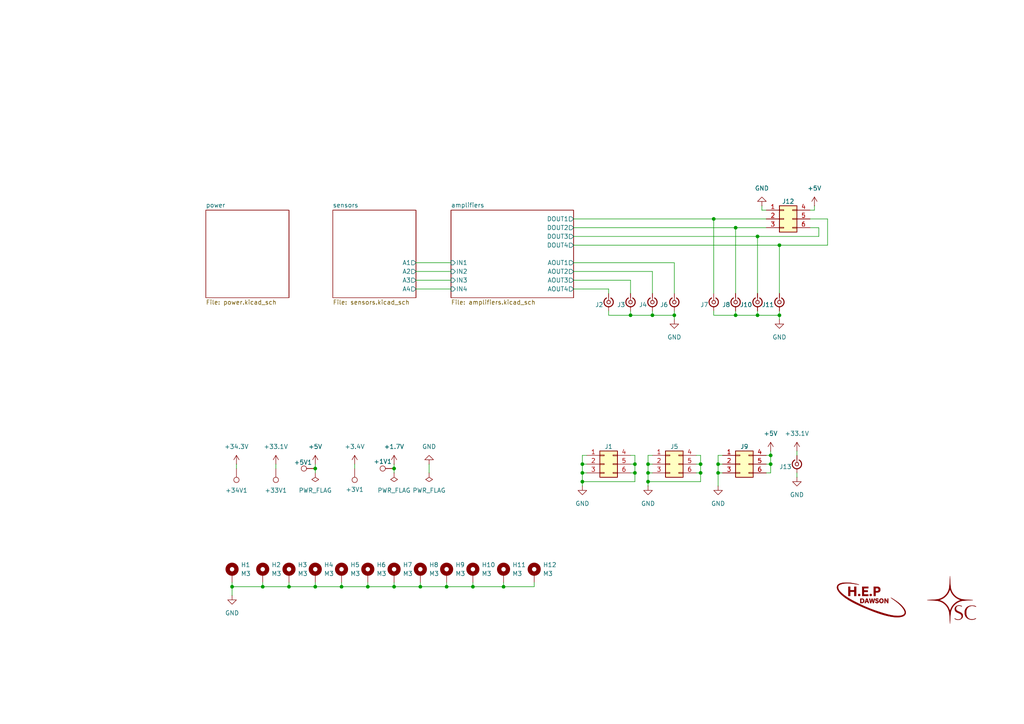
<source format=kicad_sch>
(kicad_sch (version 20231120) (generator "eeschema") (generator_version "8.0")
  (paper "A4")
  (title_block (title "Scintillating Chamber: SIPM Amplifier") (date "2025-03-11") (rev "2") (company "Alex Xia"))
  (lib_symbols
    (symbol "Connector:Conn_Coaxial_Small" (pin_numbers hide) (pin_names (offset 1.016) hide)
      (property "Reference" "J" (at 0.254 3.048 0))
      (property "Value" "Conn_Coaxial_Small" (at 0 -3.81 0))
      (symbol "Conn_Coaxial_Small_1_1"
        (pin passive line (at -2.54 0 0) (length 1.27) (name "In") (number "1"))
        (pin passive line (at 2.54 0 180) (length 1.27) (name "Ext") (number "2"))
      )
    )
    (symbol "Connector:TestPoint" (pin_numbers hide) (pin_names (offset 0.762) hide)
      (property "Reference" "TP" (at 0 6.858 0))
      (property "Value" "TestPoint" (at 0 5.08 0))
      (symbol "TestPoint_1_1"
        (pin passive line (at 0 0 90) (length 2.54) (name "1") (number "1"))
      )
    )
    (symbol "Connector_Generic:Conn_02x03_Top_Bottom" (pin_names (offset 1.016) hide)
      (property "Reference" "J" (at 1.27 5.08 0))
      (property "Value" "Conn_02x03_Top_Bottom" (at 1.27 -5.08 0))
      (symbol "Conn_02x03_Top_Bottom_1_1"
        (pin passive line (at -5.08 2.54 0) (length 3.81) (name "Pin_1") (number "1"))
        (pin passive line (at -5.08 0 0) (length 3.81) (name "Pin_2") (number "2"))
        (pin passive line (at -5.08 -2.54 0) (length 3.81) (name "Pin_3") (number "3"))
        (pin passive line (at 7.62 2.54 180) (length 3.81) (name "Pin_4") (number "4"))
        (pin passive line (at 7.62 0 180) (length 3.81) (name "Pin_5") (number "5"))
        (pin passive line (at 7.62 -2.54 180) (length 3.81) (name "Pin_6") (number "6"))
      )
    )
    (symbol "Mechanical:MountingHole_Pad" (pin_numbers hide) (pin_names (offset 1.016) hide) (exclude_from_sim yes) (in_bom no)
      (property "Reference" "H" (at 0 6.35 0))
      (property "Value" "MountingHole_Pad" (at 0 4.445 0))
      (symbol "MountingHole_Pad_1_1"
        (pin input line (at 0 -2.54 90) (length 2.54) (name "1") (number "1"))
      )
    )
    (symbol "hep:LOGO" (pin_names (offset 1.016)))
    (symbol "power:+5V" (power) (pin_numbers hide) (pin_names (offset 0) hide)
      (property "Value" "+5V" (at 0 3.556 0))
      (symbol "+5V_1_1"
        (pin power_in line (at 0 0 90) (length 0) (name "~") (number "1"))
      )
    )
    (symbol "power:GND" (power) (pin_numbers hide) (pin_names (offset 0) hide)
      (property "Value" "GND" (at 0 -3.81 0))
      (symbol "GND_1_1"
        (pin power_in line (at 0 0 270) (length 0) (name "~") (number "1"))
      )
    )
    (symbol "power:PWR_FLAG" (power) (pin_numbers hide) (pin_names (offset 0) hide)
      (property "Value" "PWR_FLAG" (at 0 3.81 0))
      (symbol "PWR_FLAG_0_0"
        (pin power_out line (at 0 0 90) (length 0) (name "~") (number "1"))
      )
    )
    (symbol "sc:LOGO" (pin_names (offset 1.016)))
  )
  (junction (at 203.2 137.16))
  (junction (at 219.71 68.58))
  (junction (at 208.28 134.62))
  (junction (at 182.88 91.44))
  (junction (at 114.3 135.89))
  (junction (at 83.82 170.18))
  (junction (at 207.01 63.5))
  (junction (at 184.15 137.16))
  (junction (at 67.31 170.18))
  (junction (at 99.06 170.18))
  (junction (at 226.06 71.12))
  (junction (at 121.92 170.18))
  (junction (at 187.96 137.16))
  (junction (at 168.91 137.16))
  (junction (at 213.36 66.04))
  (junction (at 168.91 139.7))
  (junction (at 213.36 91.44))
  (junction (at 76.2 170.18))
  (junction (at 223.52 134.62))
  (junction (at 114.3 170.18))
  (junction (at 91.44 135.89))
  (junction (at 219.71 91.44))
  (junction (at 187.96 139.7))
  (junction (at 91.44 170.18))
  (junction (at 208.28 137.16))
  (junction (at 187.96 134.62))
  (junction (at 137.16 170.18))
  (junction (at 184.15 134.62))
  (junction (at 146.05 170.18))
  (junction (at 106.68 170.18))
  (junction (at 189.23 91.44))
  (junction (at 226.06 91.44))
  (junction (at 195.58 91.44))
  (junction (at 168.91 134.62))
  (junction (at 223.52 132.08))
  (junction (at 203.2 134.62))
  (junction (at 129.54 170.18))
  (wire (pts (xy 182.88 81.28) (xy 182.88 85.09)))
  (wire (pts (xy 129.54 168.91) (xy 129.54 170.18)))
  (wire (pts (xy 195.58 91.44) (xy 189.23 91.44)))
  (wire (pts (xy 114.3 137.16) (xy 114.3 135.89)))
  (wire (pts (xy 184.15 132.08) (xy 184.15 134.62)))
  (wire (pts (xy 208.28 137.16) (xy 208.28 140.97)))
  (wire (pts (xy 195.58 91.44) (xy 195.58 92.71)))
  (wire (pts (xy 114.3 135.89) (xy 114.3 134.62)))
  (wire (pts (xy 223.52 132.08) (xy 222.25 132.08)))
  (wire (pts (xy 168.91 137.16) (xy 168.91 134.62)))
  (wire (pts (xy 184.15 137.16) (xy 184.15 139.7)))
  (wire (pts (xy 208.28 134.62) (xy 208.28 137.16)))
  (wire (pts (xy 203.2 134.62) (xy 203.2 137.16)))
  (wire (pts (xy 146.05 170.18) (xy 154.94 170.18)))
  (wire (pts (xy 124.46 134.62) (xy 124.46 137.16)))
  (wire (pts (xy 189.23 90.17) (xy 189.23 91.44)))
  (wire (pts (xy 219.71 91.44) (xy 226.06 91.44)))
  (wire (pts (xy 201.93 134.62) (xy 203.2 134.62)))
  (wire (pts (xy 184.15 132.08) (xy 182.88 132.08)))
  (wire (pts (xy 182.88 90.17) (xy 182.88 91.44)))
  (wire (pts (xy 187.96 139.7) (xy 187.96 137.16)))
  (wire (pts (xy 166.37 76.2) (xy 195.58 76.2)))
  (wire (pts (xy 121.92 168.91) (xy 121.92 170.18)))
  (wire (pts (xy 67.31 170.18) (xy 67.31 172.72)))
  (wire (pts (xy 187.96 134.62) (xy 189.23 134.62)))
  (wire (pts (xy 83.82 168.91) (xy 83.82 170.18)))
  (wire (pts (xy 76.2 168.91) (xy 76.2 170.18)))
  (wire (pts (xy 187.96 132.08) (xy 189.23 132.08)))
  (wire (pts (xy 195.58 90.17) (xy 195.58 91.44)))
  (wire (pts (xy 208.28 132.08) (xy 208.28 134.62)))
  (wire (pts (xy 120.65 76.2) (xy 130.81 76.2)))
  (wire (pts (xy 166.37 71.12) (xy 226.06 71.12)))
  (wire (pts (xy 80.01 134.62) (xy 80.01 135.89)))
  (wire (pts (xy 120.65 78.74) (xy 130.81 78.74)))
  (wire (pts (xy 236.22 60.96) (xy 234.95 60.96)))
  (wire (pts (xy 189.23 78.74) (xy 189.23 85.09)))
  (wire (pts (xy 129.54 170.18) (xy 121.92 170.18)))
  (wire (pts (xy 91.44 135.89) (xy 91.44 137.16)))
  (wire (pts (xy 219.71 68.58) (xy 219.71 85.09)))
  (wire (pts (xy 91.44 134.62) (xy 91.44 135.89)))
  (wire (pts (xy 207.01 90.17) (xy 207.01 91.44)))
  (wire (pts (xy 168.91 137.16) (xy 170.18 137.16)))
  (wire (pts (xy 137.16 168.91) (xy 137.16 170.18)))
  (wire (pts (xy 187.96 134.62) (xy 187.96 132.08)))
  (wire (pts (xy 209.55 134.62) (xy 208.28 134.62)))
  (wire (pts (xy 234.95 63.5) (xy 240.03 63.5)))
  (wire (pts (xy 182.88 91.44) (xy 176.53 91.44)))
  (wire (pts (xy 222.25 137.16) (xy 223.52 137.16)))
  (wire (pts (xy 236.22 60.96) (xy 236.22 59.69)))
  (wire (pts (xy 213.36 66.04) (xy 222.25 66.04)))
  (wire (pts (xy 203.2 139.7) (xy 187.96 139.7)))
  (wire (pts (xy 220.98 59.69) (xy 220.98 60.96)))
  (wire (pts (xy 166.37 81.28) (xy 182.88 81.28)))
  (wire (pts (xy 226.06 71.12) (xy 240.03 71.12)))
  (wire (pts (xy 120.65 83.82) (xy 130.81 83.82)))
  (wire (pts (xy 76.2 170.18) (xy 83.82 170.18)))
  (wire (pts (xy 231.14 138.43) (xy 231.14 137.16)))
  (wire (pts (xy 184.15 139.7) (xy 168.91 139.7)))
  (wire (pts (xy 213.36 90.17) (xy 213.36 91.44)))
  (wire (pts (xy 203.2 137.16) (xy 203.2 139.7)))
  (wire (pts (xy 187.96 137.16) (xy 189.23 137.16)))
  (wire (pts (xy 220.98 60.96) (xy 222.25 60.96)))
  (wire (pts (xy 166.37 83.82) (xy 176.53 83.82)))
  (wire (pts (xy 226.06 90.17) (xy 226.06 91.44)))
  (wire (pts (xy 76.2 170.18) (xy 67.31 170.18)))
  (wire (pts (xy 137.16 170.18) (xy 146.05 170.18)))
  (wire (pts (xy 166.37 68.58) (xy 219.71 68.58)))
  (wire (pts (xy 223.52 130.81) (xy 223.52 132.08)))
  (wire (pts (xy 168.91 132.08) (xy 170.18 132.08)))
  (wire (pts (xy 154.94 168.91) (xy 154.94 170.18)))
  (wire (pts (xy 187.96 137.16) (xy 187.96 134.62)))
  (wire (pts (xy 207.01 63.5) (xy 222.25 63.5)))
  (wire (pts (xy 166.37 66.04) (xy 213.36 66.04)))
  (wire (pts (xy 102.87 134.62) (xy 102.87 135.89)))
  (wire (pts (xy 222.25 134.62) (xy 223.52 134.62)))
  (wire (pts (xy 182.88 134.62) (xy 184.15 134.62)))
  (wire (pts (xy 207.01 91.44) (xy 213.36 91.44)))
  (wire (pts (xy 240.03 63.5) (xy 240.03 71.12)))
  (wire (pts (xy 195.58 76.2) (xy 195.58 85.09)))
  (wire (pts (xy 203.2 132.08) (xy 203.2 134.62)))
  (wire (pts (xy 213.36 91.44) (xy 219.71 91.44)))
  (wire (pts (xy 176.53 83.82) (xy 176.53 85.09)))
  (wire (pts (xy 166.37 78.74) (xy 189.23 78.74)))
  (wire (pts (xy 114.3 168.91) (xy 114.3 170.18)))
  (wire (pts (xy 219.71 68.58) (xy 237.49 68.58)))
  (wire (pts (xy 99.06 168.91) (xy 99.06 170.18)))
  (wire (pts (xy 106.68 168.91) (xy 106.68 170.18)))
  (wire (pts (xy 237.49 68.58) (xy 237.49 66.04)))
  (wire (pts (xy 68.58 134.62) (xy 68.58 135.89)))
  (wire (pts (xy 168.91 139.7) (xy 168.91 137.16)))
  (wire (pts (xy 166.37 63.5) (xy 207.01 63.5)))
  (wire (pts (xy 208.28 132.08) (xy 209.55 132.08)))
  (wire (pts (xy 67.31 168.91) (xy 67.31 170.18)))
  (wire (pts (xy 189.23 91.44) (xy 182.88 91.44)))
  (wire (pts (xy 83.82 170.18) (xy 91.44 170.18)))
  (wire (pts (xy 201.93 137.16) (xy 203.2 137.16)))
  (wire (pts (xy 114.3 170.18) (xy 106.68 170.18)))
  (wire (pts (xy 223.52 132.08) (xy 223.52 134.62)))
  (wire (pts (xy 223.52 134.62) (xy 223.52 137.16)))
  (wire (pts (xy 146.05 168.91) (xy 146.05 170.18)))
  (wire (pts (xy 231.14 130.81) (xy 231.14 132.08)))
  (wire (pts (xy 91.44 170.18) (xy 99.06 170.18)))
  (wire (pts (xy 209.55 137.16) (xy 208.28 137.16)))
  (wire (pts (xy 106.68 170.18) (xy 99.06 170.18)))
  (wire (pts (xy 203.2 132.08) (xy 201.93 132.08)))
  (wire (pts (xy 213.36 66.04) (xy 213.36 85.09)))
  (wire (pts (xy 207.01 63.5) (xy 207.01 85.09)))
  (wire (pts (xy 168.91 134.62) (xy 170.18 134.62)))
  (wire (pts (xy 91.44 168.91) (xy 91.44 170.18)))
  (wire (pts (xy 168.91 140.97) (xy 168.91 139.7)))
  (wire (pts (xy 176.53 90.17) (xy 176.53 91.44)))
  (wire (pts (xy 226.06 91.44) (xy 226.06 92.71)))
  (wire (pts (xy 168.91 134.62) (xy 168.91 132.08)))
  (wire (pts (xy 184.15 134.62) (xy 184.15 137.16)))
  (wire (pts (xy 114.3 170.18) (xy 121.92 170.18)))
  (wire (pts (xy 219.71 90.17) (xy 219.71 91.44)))
  (wire (pts (xy 182.88 137.16) (xy 184.15 137.16)))
  (wire (pts (xy 187.96 140.97) (xy 187.96 139.7)))
  (wire (pts (xy 120.65 81.28) (xy 130.81 81.28)))
  (wire (pts (xy 237.49 66.04) (xy 234.95 66.04)))
  (wire (pts (xy 137.16 170.18) (xy 129.54 170.18)))
  (wire (pts (xy 226.06 85.09) (xy 226.06 71.12)))
  (symbol (lib_id "Connector:Conn_Coaxial_Small") (at 231.14 134.62 270) (unit 1)
    (property "Reference" "J13" (at 229.616 135.382 90) (effects (justify right)))
    (property "Value" "Conn_Coaxial_Small" (effects (hide yes)))
    (property "Footprint" "connectors:BWIPX-1-001E" (effects (hide yes)))
    (property "Description" "small coaxial connector (BNC, SMA, SMB, SMC, Cinch/RCA, LEMO, ...)" (effects (hide yes)))
    (property "LCSC" "C496552" (effects (hide yes)))
  )
  (symbol (lib_id "sc:LOGO") (at 275.59 173.99 0) (unit 1)
    (property "Reference" "#G2" (effects (hide yes)))
    (property "Value" "LOGO" (effects (hide yes)))
  )
  (symbol (lib_id "Connector:Conn_Coaxial_Small") (at 219.71 87.63 270) (unit 1)
    (property "Reference" "J10" (at 218.186 88.392 90) (effects (justify right)))
    (property "Value" "Conn_Coaxial_Small" (effects (hide yes)))
    (property "Footprint" "connectors:BWIPX-1-001E" (effects (hide yes)))
    (property "Description" "small coaxial connector (BNC, SMA, SMB, SMC, Cinch/RCA, LEMO, ...)" (effects (hide yes)))
    (property "LCSC" "C496552" (effects (hide yes)))
  )
  (symbol (lib_id "Connector_Generic:Conn_02x03_Top_Bottom") (at 227.33 63.5 0) (unit 1)
    (property "Reference" "J12" (at 228.6 58.42 0))
    (property "Value" "Conn_02x03_Top_Bottom" (effects (hide yes)))
    (property "Footprint" "connectors:PinHeader_2x03_P2.54mm_Vertical" (effects (hide yes)))
    (property "Description" "Generic connector, double row, 02x03, top/bottom pin numbering scheme (row 1: 1...pins_per_row, row2: pins_per_row+1 ... num_pins), script generated (kicad-library-utils/schlib/autogen/connector/)" (effects (hide yes)))
  )
  (symbol (lib_id "power:+5V") (at 231.14 130.81 0) (unit 1)
    (property "Reference" "#PWR014" (effects (hide yes)))
    (property "Value" "+33.1V" (at 231.14 125.73 0))
    (property "Description" "Power symbol creates a global label with name \"+5V\"" (effects (hide yes)))
  )
  (symbol (lib_id "power:+5V") (at 223.52 130.81 0) (unit 1)
    (property "Reference" "#PWR012" (effects (hide yes)))
    (property "Value" "+5V" (at 223.52 125.73 0))
    (property "Description" "Power symbol creates a global label with name \"+5V\"" (effects (hide yes)))
  )
  (symbol (lib_id "Connector_Generic:Conn_02x03_Top_Bottom") (at 175.26 134.62 0) (unit 1)
    (property "Reference" "J1" (at 176.53 129.54 0))
    (property "Value" "Conn_02x03_Top_Bottom" (effects (hide yes)))
    (property "Footprint" "connectors:PinHeader_2x03_P2.54mm_Vertical" (effects (hide yes)))
    (property "Description" "Generic connector, double row, 02x03, top/bottom pin numbering scheme (row 1: 1...pins_per_row, row2: pins_per_row+1 ... num_pins), script generated (kicad-library-utils/schlib/autogen/connector/)" (effects (hide yes)))
  )
  (symbol (lib_id "power:+5V") (at 102.87 134.62 0) (unit 1)
    (property "Reference" "#PWR04" (effects (hide yes)))
    (property "Value" "+3.4V" (at 102.87 129.54 0))
    (property "Description" "Power symbol creates a global label with name \"+5V\"" (effects (hide yes)))
  )
  (symbol (lib_id "Connector:TestPoint") (at 114.3 135.89 90) (unit 1)
    (property "Reference" "+1V1" (at 110.998 133.858 90))
    (property "Value" "TestPoint" (effects (hide yes)))
    (property "Footprint" "TestPoint:TestPoint_Pad_D1.0mm" (effects (hide yes)))
    (property "Description" "test point" (effects (hide yes)))
  )
  (symbol (lib_id "power:+5V") (at 68.58 134.62 0) (unit 1)
    (property "Reference" "#PWR01" (effects (hide yes)))
    (property "Value" "+34.3V" (at 68.58 129.54 0))
    (property "Description" "Power symbol creates a global label with name \"+5V\"" (effects (hide yes)))
  )
  (symbol (lib_id "power:GND") (at 226.06 92.71 0) (unit 1)
    (property "Reference" "#PWR013" (effects (hide yes)))
    (property "Value" "GND" (at 226.06 97.79 0))
    (property "Description" "Power symbol creates a global label with name \"GND\" , ground" (effects (hide yes)))
  )
  (symbol (lib_id "Connector:Conn_Coaxial_Small") (at 195.58 87.63 270) (unit 1)
    (property "Reference" "J6" (at 193.802 88.392 90) (effects (justify right)))
    (property "Value" "Conn_Coaxial_Small" (effects (hide yes)))
    (property "Footprint" "connectors:BWIPX-1-001E" (effects (hide yes)))
    (property "Description" "small coaxial connector (BNC, SMA, SMB, SMC, Cinch/RCA, LEMO, ...)" (effects (hide yes)))
    (property "LCSC" "C496552" (effects (hide yes)))
  )
  (symbol (lib_id "hep:LOGO") (at 252.73 173.99 0) (unit 1)
    (property "Reference" "#G1" (effects (hide yes)))
    (property "Value" "LOGO" (effects (hide yes)))
  )
  (symbol (lib_id "Mechanical:MountingHole_Pad") (at 91.44 166.37 0) (unit 1) (exclude_from_sim yes) (in_bom no)
    (property "Reference" "H4" (at 93.98 163.8299 0) (effects (justify left)))
    (property "Value" "M3" (at 93.98 166.3699 0) (effects (justify left)))
    (property "Footprint" "MountingHole:MountingHole_3.2mm_M3_DIN965_Pad" (effects (hide yes)))
    (property "Description" "Mounting Hole with connection" (effects (hide yes)))
  )
  (symbol (lib_id "power:GND") (at 67.31 172.72 0) (unit 1)
    (property "Reference" "#PWR089" (effects (hide yes)))
    (property "Value" "GND" (at 67.31 177.8 0))
    (property "Description" "Power symbol creates a global label with name \"GND\" , ground" (effects (hide yes)))
  )
  (symbol (lib_id "power:GND") (at 208.28 140.97 0) (unit 1)
    (property "Reference" "#PWR010" (effects (hide yes)))
    (property "Value" "GND" (at 208.28 146.05 0))
    (property "Description" "Power symbol creates a global label with name \"GND\" , ground" (effects (hide yes)))
  )
  (symbol (lib_id "Connector:Conn_Coaxial_Small") (at 182.88 87.63 270) (unit 1)
    (property "Reference" "J3" (at 181.356 88.392 90) (effects (justify right)))
    (property "Value" "Conn_Coaxial_Small" (effects (hide yes)))
    (property "Footprint" "connectors:BWIPX-1-001E" (effects (hide yes)))
    (property "Description" "small coaxial connector (BNC, SMA, SMB, SMC, Cinch/RCA, LEMO, ...)" (effects (hide yes)))
    (property "LCSC" "C496552" (effects (hide yes)))
  )
  (symbol (lib_id "Mechanical:MountingHole_Pad") (at 121.92 166.37 0) (unit 1) (exclude_from_sim yes) (in_bom no)
    (property "Reference" "H8" (at 124.46 163.8299 0) (effects (justify left)))
    (property "Value" "M3" (at 124.46 166.3699 0) (effects (justify left)))
    (property "Footprint" "MountingHole:MountingHole_3.2mm_M3_DIN965_Pad" (effects (hide yes)))
    (property "Description" "Mounting Hole with connection" (effects (hide yes)))
  )
  (symbol (lib_id "Connector_Generic:Conn_02x03_Top_Bottom") (at 214.63 134.62 0) (unit 1)
    (property "Reference" "J9" (at 215.9 129.54 0))
    (property "Value" "Conn_02x03_Top_Bottom" (effects (hide yes)))
    (property "Footprint" "connectors:PinHeader_2x03_P2.54mm_Vertical" (effects (hide yes)))
    (property "Description" "Generic connector, double row, 02x03, top/bottom pin numbering scheme (row 1: 1...pins_per_row, row2: pins_per_row+1 ... num_pins), script generated (kicad-library-utils/schlib/autogen/connector/)" (effects (hide yes)))
  )
  (symbol (lib_id "power:+5V") (at 236.22 59.69 0) (unit 1)
    (property "Reference" "#PWR016" (effects (hide yes)))
    (property "Value" "+5V" (at 236.22 54.61 0))
    (property "Description" "Power symbol creates a global label with name \"+5V\"" (effects (hide yes)))
  )
  (symbol (lib_id "Connector:TestPoint") (at 91.44 135.89 90) (unit 1)
    (property "Reference" "+5V1" (at 87.884 134.112 90))
    (property "Value" "TestPoint" (effects (hide yes)))
    (property "Footprint" "TestPoint:TestPoint_Pad_D1.0mm" (effects (hide yes)))
    (property "Description" "test point" (effects (hide yes)))
  )
  (symbol (lib_id "Connector:Conn_Coaxial_Small") (at 207.01 87.63 270) (unit 1)
    (property "Reference" "J7" (at 205.486 88.392 90) (effects (justify right)))
    (property "Value" "Conn_Coaxial_Small" (effects (hide yes)))
    (property "Footprint" "connectors:BWIPX-1-001E" (effects (hide yes)))
    (property "Description" "small coaxial connector (BNC, SMA, SMB, SMC, Cinch/RCA, LEMO, ...)" (effects (hide yes)))
    (property "LCSC" "C496552" (effects (hide yes)))
  )
  (symbol (lib_id "Connector:Conn_Coaxial_Small") (at 176.53 87.63 270) (unit 1)
    (property "Reference" "J2" (at 175.006 88.392 90) (effects (justify right)))
    (property "Value" "Conn_Coaxial_Small" (effects (hide yes)))
    (property "Footprint" "connectors:BWIPX-1-001E" (effects (hide yes)))
    (property "Description" "small coaxial connector (BNC, SMA, SMB, SMC, Cinch/RCA, LEMO, ...)" (effects (hide yes)))
    (property "LCSC" "C496552" (effects (hide yes)))
  )
  (symbol (lib_id "Connector:TestPoint") (at 68.58 135.89 180) (unit 1)
    (property "Reference" "+34V1" (at 68.58 142.24 0))
    (property "Value" "TestPoint" (effects (hide yes)))
    (property "Footprint" "TestPoint:TestPoint_Pad_D1.0mm" (effects (hide yes)))
    (property "Description" "test point" (effects (hide yes)))
  )
  (symbol (lib_id "power:+5V") (at 114.3 134.62 0) (unit 1)
    (property "Reference" "#PWR05" (effects (hide yes)))
    (property "Value" "+1.7V" (at 114.3 129.54 0))
    (property "Description" "Power symbol creates a global label with name \"+5V\"" (effects (hide yes)))
  )
  (symbol (lib_id "Mechanical:MountingHole_Pad") (at 76.2 166.37 0) (unit 1) (exclude_from_sim yes) (in_bom no)
    (property "Reference" "H2" (at 78.74 163.8299 0) (effects (justify left)))
    (property "Value" "M3" (at 78.74 166.3699 0) (effects (justify left)))
    (property "Footprint" "MountingHole:MountingHole_3.2mm_M3_DIN965_Pad" (effects (hide yes)))
    (property "Description" "Mounting Hole with connection" (effects (hide yes)))
  )
  (symbol (lib_id "Mechanical:MountingHole_Pad") (at 129.54 166.37 0) (unit 1) (exclude_from_sim yes) (in_bom no)
    (property "Reference" "H9" (at 132.08 163.8299 0) (effects (justify left)))
    (property "Value" "M3" (at 132.08 166.3699 0) (effects (justify left)))
    (property "Footprint" "MountingHole:MountingHole_3.2mm_M3_DIN965_Pad" (effects (hide yes)))
    (property "Description" "Mounting Hole with connection" (effects (hide yes)))
  )
  (symbol (lib_id "power:GND") (at 168.91 140.97 0) (unit 1)
    (property "Reference" "#PWR07" (effects (hide yes)))
    (property "Value" "GND" (at 168.91 146.05 0))
    (property "Description" "Power symbol creates a global label with name \"GND\" , ground" (effects (hide yes)))
  )
  (symbol (lib_id "Connector:Conn_Coaxial_Small") (at 189.23 87.63 270) (unit 1)
    (property "Reference" "J4" (at 187.706 88.392 90) (effects (justify right)))
    (property "Value" "Conn_Coaxial_Small" (effects (hide yes)))
    (property "Footprint" "connectors:BWIPX-1-001E" (effects (hide yes)))
    (property "Description" "small coaxial connector (BNC, SMA, SMB, SMC, Cinch/RCA, LEMO, ...)" (effects (hide yes)))
    (property "LCSC" "C496552" (effects (hide yes)))
  )
  (symbol (lib_id "Mechanical:MountingHole_Pad") (at 146.05 166.37 0) (unit 1) (exclude_from_sim yes) (in_bom no)
    (property "Reference" "H11" (at 148.59 163.8299 0) (effects (justify left)))
    (property "Value" "M3" (at 148.59 166.3699 0) (effects (justify left)))
    (property "Footprint" "MountingHole:MountingHole_3.2mm_M3_DIN965_Pad" (effects (hide yes)))
    (property "Description" "Mounting Hole with connection" (effects (hide yes)))
  )
  (symbol (lib_id "Connector:TestPoint") (at 80.01 135.89 180) (unit 1)
    (property "Reference" "+33V1" (at 80.01 142.24 0))
    (property "Value" "TestPoint" (effects (hide yes)))
    (property "Footprint" "TestPoint:TestPoint_Pad_D1.0mm" (effects (hide yes)))
    (property "Description" "test point" (effects (hide yes)))
  )
  (symbol (lib_id "Mechanical:MountingHole_Pad") (at 114.3 166.37 0) (unit 1) (exclude_from_sim yes) (in_bom no)
    (property "Reference" "H7" (at 116.84 163.8299 0) (effects (justify left)))
    (property "Value" "M3" (at 116.84 166.3699 0) (effects (justify left)))
    (property "Footprint" "MountingHole:MountingHole_3.2mm_M3_DIN965_Pad" (effects (hide yes)))
    (property "Description" "Mounting Hole with connection" (effects (hide yes)))
  )
  (symbol (lib_id "power:GND") (at 220.98 59.69 180) (unit 1)
    (property "Reference" "#PWR011" (effects (hide yes)))
    (property "Value" "GND" (at 220.98 54.61 0))
    (property "Description" "Power symbol creates a global label with name \"GND\" , ground" (effects (hide yes)))
  )
  (symbol (lib_id "power:PWR_FLAG") (at 124.46 137.16 180) (unit 1)
    (property "Reference" "#FLG03" (effects (hide yes)))
    (property "Value" "PWR_FLAG" (at 124.46 142.24 0))
    (property "Description" "Special symbol for telling ERC where power comes from" (effects (hide yes)))
  )
  (symbol (lib_id "Mechanical:MountingHole_Pad") (at 137.16 166.37 0) (unit 1) (exclude_from_sim yes) (in_bom no)
    (property "Reference" "H10" (at 139.7 163.8299 0) (effects (justify left)))
    (property "Value" "M3" (at 139.7 166.3699 0) (effects (justify left)))
    (property "Footprint" "MountingHole:MountingHole_3.2mm_M3_DIN965_Pad" (effects (hide yes)))
    (property "Description" "Mounting Hole with connection" (effects (hide yes)))
  )
  (symbol (lib_id "power:+5V") (at 91.44 134.62 0) (unit 1)
    (property "Reference" "#PWR03" (effects (hide yes)))
    (property "Value" "+5V" (at 91.44 129.54 0))
    (property "Description" "Power symbol creates a global label with name \"+5V\"" (effects (hide yes)))
  )
  (symbol (lib_id "power:PWR_FLAG") (at 91.44 137.16 180) (unit 1)
    (property "Reference" "#FLG01" (effects (hide yes)))
    (property "Value" "PWR_FLAG" (at 91.44 142.24 0))
    (property "Description" "Special symbol for telling ERC where power comes from" (effects (hide yes)))
  )
  (symbol (lib_id "Mechanical:MountingHole_Pad") (at 106.68 166.37 0) (unit 1) (exclude_from_sim yes) (in_bom no)
    (property "Reference" "H6" (at 109.22 163.8299 0) (effects (justify left)))
    (property "Value" "M3" (at 109.22 166.3699 0) (effects (justify left)))
    (property "Footprint" "MountingHole:MountingHole_3.2mm_M3_DIN965_Pad" (effects (hide yes)))
    (property "Description" "Mounting Hole with connection" (effects (hide yes)))
  )
  (symbol (lib_id "Mechanical:MountingHole_Pad") (at 83.82 166.37 0) (unit 1) (exclude_from_sim yes) (in_bom no)
    (property "Reference" "H3" (at 86.36 163.8299 0) (effects (justify left)))
    (property "Value" "M3" (at 86.36 166.3699 0) (effects (justify left)))
    (property "Footprint" "MountingHole:MountingHole_3.2mm_M3_DIN965_Pad" (effects (hide yes)))
    (property "Description" "Mounting Hole with connection" (effects (hide yes)))
  )
  (symbol (lib_id "Mechanical:MountingHole_Pad") (at 67.31 166.37 0) (unit 1) (exclude_from_sim yes) (in_bom no)
    (property "Reference" "H1" (at 69.85 163.8299 0) (effects (justify left)))
    (property "Value" "M3" (at 69.85 166.3699 0) (effects (justify left)))
    (property "Footprint" "MountingHole:MountingHole_3.2mm_M3_DIN965_Pad" (effects (hide yes)))
    (property "Description" "Mounting Hole with connection" (effects (hide yes)))
  )
  (symbol (lib_id "power:GND") (at 187.96 140.97 0) (unit 1)
    (property "Reference" "#PWR08" (effects (hide yes)))
    (property "Value" "GND" (at 187.96 146.05 0))
    (property "Description" "Power symbol creates a global label with name \"GND\" , ground" (effects (hide yes)))
  )
  (symbol (lib_id "Connector:Conn_Coaxial_Small") (at 226.06 87.63 270) (unit 1)
    (property "Reference" "J11" (at 224.536 88.392 90) (effects (justify right)))
    (property "Value" "Conn_Coaxial_Small" (effects (hide yes)))
    (property "Footprint" "connectors:BWIPX-1-001E" (effects (hide yes)))
    (property "Description" "small coaxial connector (BNC, SMA, SMB, SMC, Cinch/RCA, LEMO, ...)" (effects (hide yes)))
    (property "LCSC" "C496552" (effects (hide yes)))
  )
  (symbol (lib_id "power:GND") (at 124.46 134.62 180) (unit 1)
    (property "Reference" "#PWR06" (effects (hide yes)))
    (property "Value" "GND" (at 124.46 129.54 0))
    (property "Description" "Power symbol creates a global label with name \"GND\" , ground" (effects (hide yes)))
  )
  (symbol (lib_id "Connector:TestPoint") (at 102.87 135.89 180) (unit 1)
    (property "Reference" "+3V1" (at 102.87 141.986 0))
    (property "Value" "TestPoint" (effects (hide yes)))
    (property "Footprint" "TestPoint:TestPoint_Pad_D1.0mm" (effects (hide yes)))
    (property "Description" "test point" (effects (hide yes)))
  )
  (symbol (lib_id "power:GND") (at 195.58 92.71 0) (unit 1)
    (property "Reference" "#PWR09" (effects (hide yes)))
    (property "Value" "GND" (at 195.58 97.79 0))
    (property "Description" "Power symbol creates a global label with name \"GND\" , ground" (effects (hide yes)))
  )
  (symbol (lib_id "power:GND") (at 231.14 138.43 0) (unit 1)
    (property "Reference" "#PWR015" (effects (hide yes)))
    (property "Value" "GND" (at 231.14 143.51 0))
    (property "Description" "Power symbol creates a global label with name \"GND\" , ground" (effects (hide yes)))
  )
  (symbol (lib_id "Mechanical:MountingHole_Pad") (at 154.94 166.37 0) (unit 1) (exclude_from_sim yes) (in_bom no)
    (property "Reference" "H12" (at 157.48 163.8299 0) (effects (justify left)))
    (property "Value" "M3" (at 157.48 166.3699 0) (effects (justify left)))
    (property "Footprint" "MountingHole:MountingHole_3.2mm_M3_DIN965_Pad" (effects (hide yes)))
    (property "Description" "Mounting Hole with connection" (effects (hide yes)))
  )
  (symbol (lib_id "Mechanical:MountingHole_Pad") (at 99.06 166.37 0) (unit 1) (exclude_from_sim yes) (in_bom no)
    (property "Reference" "H5" (at 101.6 163.8299 0) (effects (justify left)))
    (property "Value" "M3" (at 101.6 166.3699 0) (effects (justify left)))
    (property "Footprint" "MountingHole:MountingHole_3.2mm_M3_DIN965_Pad" (effects (hide yes)))
    (property "Description" "Mounting Hole with connection" (effects (hide yes)))
  )
  (symbol (lib_id "Connector:Conn_Coaxial_Small") (at 213.36 87.63 270) (unit 1)
    (property "Reference" "J8" (at 211.836 88.392 90) (effects (justify right)))
    (property "Value" "Conn_Coaxial_Small" (effects (hide yes)))
    (property "Footprint" "connectors:BWIPX-1-001E" (effects (hide yes)))
    (property "Description" "small coaxial connector (BNC, SMA, SMB, SMC, Cinch/RCA, LEMO, ...)" (effects (hide yes)))
    (property "LCSC" "C496552" (effects (hide yes)))
  )
  (symbol (lib_id "power:PWR_FLAG") (at 114.3 137.16 180) (unit 1)
    (property "Reference" "#FLG02" (effects (hide yes)))
    (property "Value" "PWR_FLAG" (at 114.3 142.24 0))
    (property "Description" "Special symbol for telling ERC where power comes from" (effects (hide yes)))
  )
  (symbol (lib_id "Connector_Generic:Conn_02x03_Top_Bottom") (at 194.31 134.62 0) (unit 1)
    (property "Reference" "J5" (at 195.58 129.54 0))
    (property "Value" "Conn_02x03_Top_Bottom" (effects (hide yes)))
    (property "Footprint" "connectors:PinHeader_2x03_P2.54mm_Vertical" (effects (hide yes)))
    (property "Description" "Generic connector, double row, 02x03, top/bottom pin numbering scheme (row 1: 1...pins_per_row, row2: pins_per_row+1 ... num_pins), script generated (kicad-library-utils/schlib/autogen/connector/)" (effects (hide yes)))
  )
  (symbol (lib_id "power:+5V") (at 80.01 134.62 0) (unit 1)
    (property "Reference" "#PWR02" (effects (hide yes)))
    (property "Value" "+33.1V" (at 80.01 129.54 0))
    (property "Description" "Power symbol creates a global label with name \"+5V\"" (effects (hide yes)))
  )
  (sheet (at 96.52 60.96) (size 24.13 25.4) (stroke (width 0.1524))
    (property "Sheetname" "sensors" (at 96.52 60.2484 0) (effects (justify left bottom)))
    (property "Sheetfile" "sensors.kicad_sch" (at 96.52 86.9446 0) (effects (justify left top)))
    (pin "A4" output (at 120.65 83.82 0))
    (pin "A3" output (at 120.65 81.28 0))
    (pin "A2" output (at 120.65 78.74 0))
    (pin "A1" output (at 120.65 76.2 0))
  )
  (sheet (at 130.81 60.96) (size 35.56 25.4) (stroke (width 0.1524))
    (property "Sheetname" "amplifiers" (at 130.81 60.2484 0) (effects (justify left bottom)))
    (property "Sheetfile" "amplifiers.kicad_sch" (at 130.81 86.9446 0) (effects (justify left top)))
    (pin "IN2" input (at 130.81 78.74 180))
    (pin "IN1" input (at 130.81 76.2 180))
    (pin "IN4" input (at 130.81 83.82 180))
    (pin "IN3" input (at 130.81 81.28 180))
    (pin "DOUT1" output (at 166.37 63.5 0))
    (pin "AOUT1" output (at 166.37 76.2 0))
    (pin "AOUT4" output (at 166.37 83.82 0))
    (pin "DOUT4" output (at 166.37 71.12 0))
    (pin "DOUT3" output (at 166.37 68.58 0))
    (pin "AOUT3" output (at 166.37 81.28 0))
    (pin "AOUT2" output (at 166.37 78.74 0))
    (pin "DOUT2" output (at 166.37 66.04 0))
  )
  (sheet (at 59.69 60.96) (size 24.13 25.4) (stroke (width 0.1524))
    (property "Sheetname" "power" (at 59.69 60.2484 0) (effects (justify left bottom)))
    (property "Sheetfile" "power.kicad_sch" (at 59.69 86.9446 0) (effects (justify left top)))
  )
)
</source>
